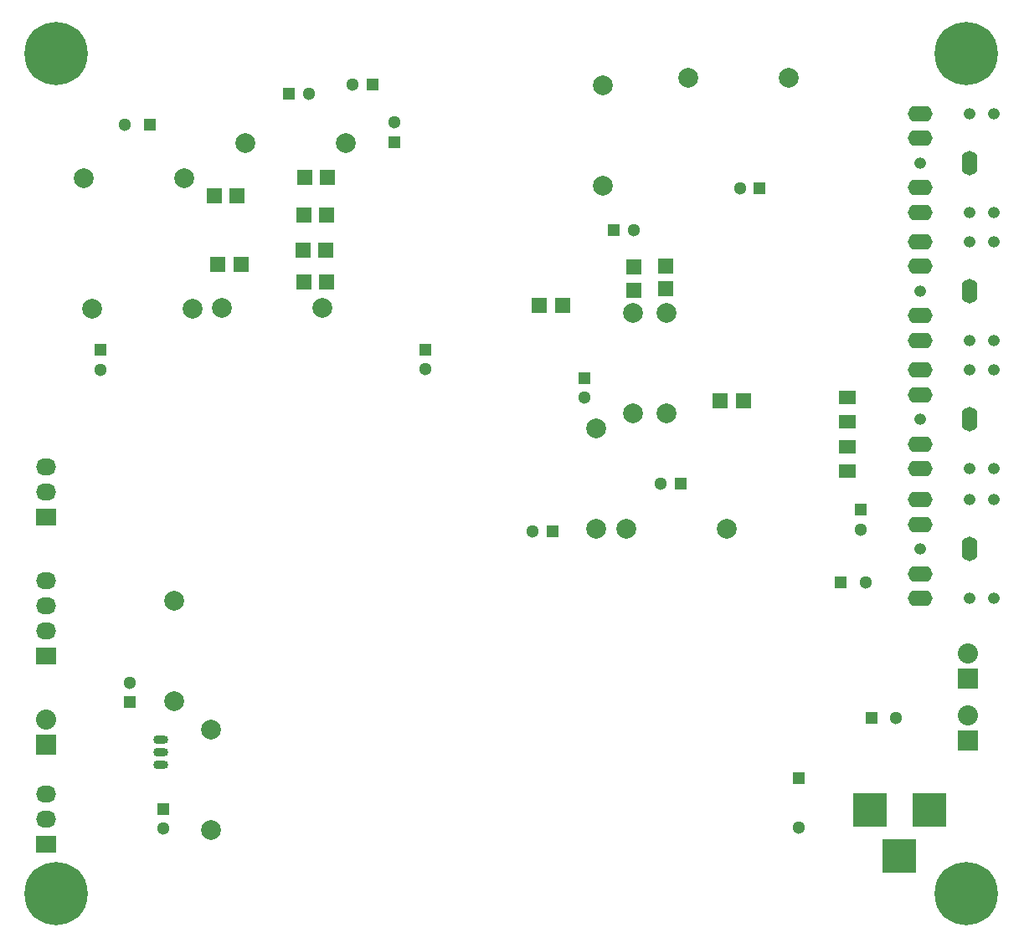
<source format=gbs>
G04 #@! TF.FileFunction,Soldermask,Bot*
%FSLAX46Y46*%
G04 Gerber Fmt 4.6, Leading zero omitted, Abs format (unit mm)*
G04 Created by KiCad (PCBNEW 4.0.3+e1-6302~38~ubuntu14.04.1-stable) date Thu Sep 29 11:28:22 2016*
%MOMM*%
%LPD*%
G01*
G04 APERTURE LIST*
%ADD10C,0.100000*%
%ADD11C,1.998980*%
%ADD12R,1.600000X1.600000*%
%ADD13R,1.300000X1.300000*%
%ADD14C,1.300000*%
%ADD15R,1.700000X1.400000*%
%ADD16O,1.600000X2.500000*%
%ADD17O,1.200000X1.200000*%
%ADD18O,2.500000X1.600000*%
%ADD19R,3.500120X3.500120*%
%ADD20R,2.032000X1.727200*%
%ADD21O,2.032000X1.727200*%
%ADD22O,1.501140X0.899160*%
%ADD23R,2.032000X2.032000*%
%ADD24O,2.032000X2.032000*%
%ADD25C,6.400000*%
%ADD26C,0.600000*%
G04 APERTURE END LIST*
D10*
D11*
X110700000Y-60200000D03*
X110700000Y-70360000D03*
D12*
X65010000Y-48330000D03*
X67310000Y-48330000D03*
X76450000Y-46500000D03*
X74150000Y-46500000D03*
X76350000Y-50300000D03*
X74050000Y-50300000D03*
X76250000Y-53850000D03*
X73950000Y-53850000D03*
X76350000Y-57100000D03*
X74050000Y-57100000D03*
D13*
X131450000Y-101160000D03*
D14*
X133950000Y-101160000D03*
D13*
X58480000Y-41210000D03*
D14*
X55980000Y-41210000D03*
D11*
X106680000Y-82042000D03*
X116840000Y-82042000D03*
D15*
X129000000Y-68800000D03*
X129000000Y-71200000D03*
X129000000Y-76200000D03*
X129000000Y-73800000D03*
D16*
X141350000Y-45060000D03*
D17*
X136350000Y-45060000D03*
D18*
X136350000Y-40060000D03*
X136350000Y-42560000D03*
X136350000Y-47560000D03*
X136350000Y-50060000D03*
D17*
X141350000Y-40060000D03*
X141350000Y-50060000D03*
X143850000Y-40060000D03*
X143850000Y-50060000D03*
D16*
X141350000Y-58010000D03*
D17*
X136350000Y-58010000D03*
D18*
X136350000Y-53010000D03*
X136350000Y-55510000D03*
X136350000Y-60510000D03*
X136350000Y-63010000D03*
D17*
X141350000Y-53010000D03*
X141350000Y-63010000D03*
X143850000Y-53010000D03*
X143850000Y-63010000D03*
D16*
X141350000Y-71000000D03*
D17*
X136350000Y-71000000D03*
D18*
X136350000Y-66000000D03*
X136350000Y-68500000D03*
X136350000Y-73500000D03*
X136350000Y-76000000D03*
D17*
X141350000Y-66000000D03*
X141350000Y-76000000D03*
X143850000Y-66000000D03*
X143850000Y-76000000D03*
D16*
X141350000Y-84120000D03*
D17*
X136350000Y-84120000D03*
D18*
X136350000Y-79120000D03*
X136350000Y-81620000D03*
X136350000Y-86620000D03*
X136350000Y-89120000D03*
D17*
X141350000Y-79120000D03*
X141350000Y-89120000D03*
X143850000Y-79120000D03*
X143850000Y-89120000D03*
D12*
X65380000Y-55330000D03*
X67680000Y-55330000D03*
X97900000Y-59500000D03*
X100200000Y-59500000D03*
X116175000Y-69150000D03*
X118475000Y-69150000D03*
X107400000Y-55600000D03*
X107400000Y-57900000D03*
X110650000Y-57750000D03*
X110650000Y-55450000D03*
D11*
X68170000Y-43030000D03*
X78330000Y-43030000D03*
X107350000Y-60200000D03*
X107350000Y-70360000D03*
D19*
X131299860Y-110500000D03*
X137299340Y-110500000D03*
X134299600Y-115199000D03*
D11*
X112910000Y-36460000D03*
X123070000Y-36460000D03*
X104300000Y-37220000D03*
X104300000Y-47380000D03*
X51800000Y-46630000D03*
X61960000Y-46630000D03*
X62830000Y-59760000D03*
X52670000Y-59760000D03*
X75970000Y-59740000D03*
X65810000Y-59740000D03*
X103632000Y-82042000D03*
X103632000Y-71882000D03*
D13*
X128380000Y-87500000D03*
D14*
X130880000Y-87500000D03*
D20*
X48000000Y-80920000D03*
D21*
X48000000Y-78380000D03*
X48000000Y-75840000D03*
D20*
X48000000Y-114000000D03*
D21*
X48000000Y-111460000D03*
X48000000Y-108920000D03*
D22*
X59590000Y-104710000D03*
X59590000Y-105980000D03*
X59590000Y-103440000D03*
D11*
X60920000Y-89380000D03*
X60920000Y-99540000D03*
X64710000Y-102370000D03*
X64710000Y-112530000D03*
D20*
X48000000Y-94940000D03*
D21*
X48000000Y-92400000D03*
X48000000Y-89860000D03*
X48000000Y-87320000D03*
D23*
X141240000Y-97190000D03*
D24*
X141240000Y-94650000D03*
D23*
X48000000Y-103880000D03*
D24*
X48000000Y-101340000D03*
D23*
X141200000Y-103480000D03*
D24*
X141200000Y-100940000D03*
D13*
X124090000Y-107290000D03*
D14*
X124090000Y-112290000D03*
D25*
X49000000Y-119000000D03*
D26*
X51400000Y-119000000D03*
X50697056Y-120697056D03*
X49000000Y-121400000D03*
X47302944Y-120697056D03*
X46600000Y-119000000D03*
X47302944Y-117302944D03*
X49000000Y-116600000D03*
X50697056Y-117302944D03*
D25*
X141000000Y-119000000D03*
D26*
X143400000Y-119000000D03*
X142697056Y-120697056D03*
X141000000Y-121400000D03*
X139302944Y-120697056D03*
X138600000Y-119000000D03*
X139302944Y-117302944D03*
X141000000Y-116600000D03*
X142697056Y-117302944D03*
D25*
X141000000Y-34000000D03*
D26*
X143400000Y-34000000D03*
X142697056Y-35697056D03*
X141000000Y-36400000D03*
X139302944Y-35697056D03*
X138600000Y-34000000D03*
X139302944Y-32302944D03*
X141000000Y-31600000D03*
X142697056Y-32302944D03*
D25*
X49000000Y-34000000D03*
D26*
X51400000Y-34000000D03*
X50697056Y-35697056D03*
X49000000Y-36400000D03*
X47302944Y-35697056D03*
X46600000Y-34000000D03*
X47302944Y-32302944D03*
X49000000Y-31600000D03*
X50697056Y-32302944D03*
D13*
X130350000Y-80110000D03*
D14*
X130350000Y-82110000D03*
D13*
X102470000Y-66810000D03*
D14*
X102470000Y-68810000D03*
D13*
X112130000Y-77460000D03*
D14*
X110130000Y-77460000D03*
D13*
X56440000Y-99630000D03*
D14*
X56440000Y-97630000D03*
D13*
X59820000Y-110400000D03*
D14*
X59820000Y-112400000D03*
D13*
X80990000Y-37100000D03*
D14*
X78990000Y-37100000D03*
D13*
X83190000Y-42940000D03*
D14*
X83190000Y-40940000D03*
D13*
X53480000Y-63950000D03*
D14*
X53480000Y-65950000D03*
D13*
X72570000Y-38080000D03*
D14*
X74570000Y-38080000D03*
D13*
X99210000Y-82280000D03*
D14*
X97210000Y-82280000D03*
D13*
X105426000Y-51816000D03*
D14*
X107426000Y-51816000D03*
D13*
X86360000Y-63920000D03*
D14*
X86360000Y-65920000D03*
D13*
X120160000Y-47590000D03*
D14*
X118160000Y-47590000D03*
M02*

</source>
